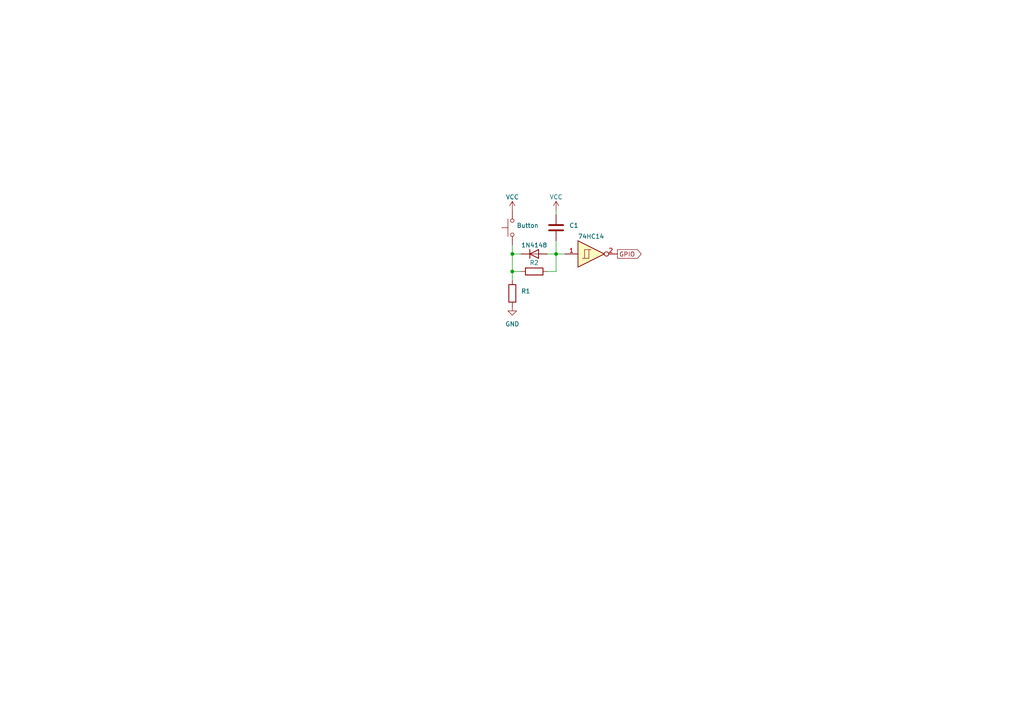
<source format=kicad_sch>
(kicad_sch (version 20211123) (generator eeschema)
  (paper "A4")
  (lib_symbols
    (symbol "74xx:74HC14" (pin_names (offset 1.016))
      (property "Reference" "U" (at 0 1.27 0))
      (property "Value" "74HC14" (at 0 -1.27 0))
      (symbol "74HC14_1_0"
        (polyline (pts (xy -3.81 3.81) (xy -3.81 -3.81) (xy 3.81 0) (xy -3.81 3.81)) (stroke (width 0.254)) (fill (type background)))
        (pin input line (at -7.62 0 0) (length 3.81) (name "~") (number "1"))
        (pin output inverted (at 7.62 0 180) (length 3.81) (name "~") (number "2"))
      )
      (symbol "74HC14_1_1"
        (polyline (pts (xy -1.905 -1.27) (xy -1.905 1.27) (xy -0.635 1.27)))
        (polyline (pts (xy -2.54 -1.27) (xy -0.635 -1.27) (xy -0.635 1.27) (xy 0 1.27)))
      )
      (symbol "74HC14_2_0"
        (polyline (pts (xy -3.81 3.81) (xy -3.81 -3.81) (xy 3.81 0) (xy -3.81 3.81)) (stroke (width 0.254)) (fill (type background)))
        (pin input line (at -7.62 0 0) (length 3.81) (name "~") (number "3"))
        (pin output inverted (at 7.62 0 180) (length 3.81) (name "~") (number "4"))
      )
      (symbol "74HC14_2_1"
        (polyline (pts (xy -1.905 -1.27) (xy -1.905 1.27) (xy -0.635 1.27)))
        (polyline (pts (xy -2.54 -1.27) (xy -0.635 -1.27) (xy -0.635 1.27) (xy 0 1.27)))
      )
      (symbol "74HC14_3_0"
        (polyline (pts (xy -3.81 3.81) (xy -3.81 -3.81) (xy 3.81 0) (xy -3.81 3.81)) (stroke (width 0.254)) (fill (type background)))
        (pin input line (at -7.62 0 0) (length 3.81) (name "~") (number "5"))
        (pin output inverted (at 7.62 0 180) (length 3.81) (name "~") (number "6"))
      )
      (symbol "74HC14_3_1"
        (polyline (pts (xy -1.905 -1.27) (xy -1.905 1.27) (xy -0.635 1.27)))
        (polyline (pts (xy -2.54 -1.27) (xy -0.635 -1.27) (xy -0.635 1.27) (xy 0 1.27)))
      )
      (symbol "74HC14_4_0"
        (polyline (pts (xy -3.81 3.81) (xy -3.81 -3.81) (xy 3.81 0) (xy -3.81 3.81)) (stroke (width 0.254)) (fill (type background)))
        (pin output inverted (at 7.62 0 180) (length 3.81) (name "~") (number "8"))
        (pin input line (at -7.62 0 0) (length 3.81) (name "~") (number "9"))
      )
      (symbol "74HC14_4_1"
        (polyline (pts (xy -1.905 -1.27) (xy -1.905 1.27) (xy -0.635 1.27)))
        (polyline (pts (xy -2.54 -1.27) (xy -0.635 -1.27) (xy -0.635 1.27) (xy 0 1.27)))
      )
      (symbol "74HC14_5_0"
        (polyline (pts (xy -3.81 3.81) (xy -3.81 -3.81) (xy 3.81 0) (xy -3.81 3.81)) (stroke (width 0.254)) (fill (type background)))
        (pin output inverted (at 7.62 0 180) (length 3.81) (name "~") (number "10"))
        (pin input line (at -7.62 0 0) (length 3.81) (name "~") (number "11"))
      )
      (symbol "74HC14_5_1"
        (polyline (pts (xy -1.905 -1.27) (xy -1.905 1.27) (xy -0.635 1.27)))
        (polyline (pts (xy -2.54 -1.27) (xy -0.635 -1.27) (xy -0.635 1.27) (xy 0 1.27)))
      )
      (symbol "74HC14_6_0"
        (polyline (pts (xy -3.81 3.81) (xy -3.81 -3.81) (xy 3.81 0) (xy -3.81 3.81)) (stroke (width 0.254)) (fill (type background)))
        (pin output inverted (at 7.62 0 180) (length 3.81) (name "~") (number "12"))
        (pin input line (at -7.62 0 0) (length 3.81) (name "~") (number "13"))
      )
      (symbol "74HC14_6_1"
        (polyline (pts (xy -1.905 -1.27) (xy -1.905 1.27) (xy -0.635 1.27)))
        (polyline (pts (xy -2.54 -1.27) (xy -0.635 -1.27) (xy -0.635 1.27) (xy 0 1.27)))
      )
      (symbol "74HC14_7_0"
        (pin power_in line (at 0 12.7 270) (length 5.08) (name "VCC") (number "14"))
        (pin power_in line (at 0 -12.7 90) (length 5.08) (name "GND") (number "7"))
      )
      (symbol "74HC14_7_1"
        (rectangle (start -5.08 7.62) (end 5.08 -7.62) (stroke (width 0.254)) (fill (type background)))
      )
    )
    (symbol "Device:C" (pin_numbers hide) (pin_names (offset 0.254))
      (property "Reference" "C" (at 0.635 2.54 0))
      (property "Value" "C" (at 0.635 -2.54 0))
      (symbol "C_0_1"
        (polyline (pts (xy -2.032 -0.762) (xy 2.032 -0.762)) (stroke (width 0.508)))
        (polyline (pts (xy -2.032 0.762) (xy 2.032 0.762)) (stroke (width 0.508)))
      )
      (symbol "C_1_1"
        (pin passive line (at 0 3.81 270) (length 2.794) (name "~") (number "1"))
        (pin passive line (at 0 -3.81 90) (length 2.794) (name "~") (number "2"))
      )
    )
    (symbol "Device:R" (pin_numbers hide) (pin_names (offset 0))
      (property "Reference" "R" (at 2.032 0 90))
      (property "Value" "R" (at 0 0 90))
      (symbol "R_0_1"
        (rectangle (start -1.016 -2.54) (end 1.016 2.54) (stroke (width 0.254)))
      )
      (symbol "R_1_1"
        (pin passive line (at 0 3.81 270) (length 1.27) (name "~") (number "1"))
        (pin passive line (at 0 -3.81 90) (length 1.27) (name "~") (number "2"))
      )
    )
    (symbol "Diode:1N4148" (pin_numbers hide) (pin_names (offset 1.016) hide)
      (property "Reference" "D" (at 0 2.54 0))
      (property "Value" "1N4148" (at 0 -2.54 0))
      (symbol "1N4148_0_1"
        (polyline (pts (xy -1.27 1.27) (xy -1.27 -1.27)) (stroke (width 0.254)))
        (polyline (pts (xy 1.27 0) (xy -1.27 0)))
        (polyline (pts (xy 1.27 1.27) (xy 1.27 -1.27) (xy -1.27 0) (xy 1.27 1.27)) (stroke (width 0.254)))
      )
      (symbol "1N4148_1_1"
        (pin passive line (at -3.81 0 0) (length 2.54) (name "K") (number "1"))
        (pin passive line (at 3.81 0 180) (length 2.54) (name "A") (number "2"))
      )
    )
    (symbol "Switch:SW_Push" (pin_numbers hide) (pin_names (offset 1.016) hide)
      (property "Reference" "SW" (at 1.27 2.54 0))
      (property "Value" "SW_Push" (at 0 -1.524 0))
      (symbol "SW_Push_0_1"
        (circle (center -2.032 0) (radius 0.508))
        (polyline (pts (xy 0 1.27) (xy 0 3.048)))
        (polyline (pts (xy 2.54 1.27) (xy -2.54 1.27)))
        (circle (center 2.032 0) (radius 0.508))
        (pin passive line (at -5.08 0 0) (length 2.54) (name "1") (number "1"))
        (pin passive line (at 5.08 0 180) (length 2.54) (name "2") (number "2"))
      )
    )
    (symbol "power:GND" (power) (pin_names (offset 0))
      (property "Value" "GND" (at 0 -3.81 0))
      (symbol "GND_0_1"
        (polyline (pts (xy 0 0) (xy 0 -1.27) (xy 1.27 -1.27) (xy 0 -2.54) (xy -1.27 -1.27) (xy 0 -1.27)))
      )
      (symbol "GND_1_1"
        (pin power_in line (at 0 0 270) (length 0) hide (name "GND") (number "1"))
      )
    )
    (symbol "power:VCC" (power) (pin_names (offset 0))
      (property "Value" "VCC" (at 0 3.81 0))
      (symbol "VCC_0_1"
        (polyline (pts (xy -0.762 1.27) (xy 0 2.54)))
        (polyline (pts (xy 0 0) (xy 0 2.54)))
        (polyline (pts (xy 0 2.54) (xy 0.762 1.27)))
      )
      (symbol "VCC_1_1"
        (pin power_in line (at 0 0 90) (length 0) hide (name "VCC") (number "1"))
      )
    )
  )
  (junction (at 161.29 73.66) (diameter 0.9144))
  (junction (at 148.59 78.74) (diameter 0.9144))
  (junction (at 148.59 73.66) (diameter 0.9144))
  (wire (pts (xy 151.13 73.66) (xy 148.59 73.66)))
  (wire (pts (xy 148.59 73.66) (xy 148.59 71.12)))
  (wire (pts (xy 161.29 73.66) (xy 163.83 73.66)))
  (wire (pts (xy 161.29 69.85) (xy 161.29 73.66)))
  (wire (pts (xy 161.29 78.74) (xy 161.29 73.66)))
  (wire (pts (xy 151.13 78.74) (xy 148.59 78.74)))
  (wire (pts (xy 158.75 78.74) (xy 161.29 78.74)))
  (wire (pts (xy 161.29 60.96) (xy 161.29 62.23)))
  (wire (pts (xy 148.59 78.74) (xy 148.59 73.66)))
  (wire (pts (xy 148.59 78.74) (xy 148.59 81.28)))
  (wire (pts (xy 161.29 73.66) (xy 158.75 73.66)))
  (global_label "GPIO" (shape output) (at 179.07 73.66 0) (property "Intersheet References" "${INTERSHEET_REFS}" (effects hide)))
  (symbol (lib_id "Device:R") (at 154.94 78.74 90) (unit 1)
    (property "Reference" "R2" (at 154.94 76.2 90))
    (property "Value" "1K" (effects hide))
  )
  (symbol (lib_id "Diode:1N4148") (at 154.94 73.66 0) (unit 1)
    (property "Reference" "D?" (effects hide))
    (property "Value" "1N4148" (at 154.94 71.12 0))
    (property "Footprint" "Diode_THT:D_DO-35_SOD27_P7.62mm_Horizontal" (effects hide))
    (property "Datasheet" "https://assets.nexperia.com/documents/data-sheet/1N4148_1N4448.pdf" (effects hide))
  )
  (symbol (lib_id "power:VCC") (at 161.29 60.96 0) (unit 1)
    (property "Reference" "#PWR?" (effects hide))
    (property "Value" "VCC" (at 161.29 57.15 0))
  )
  (symbol (lib_id "74xx:74HC14") (at 171.45 73.66 0) (unit 1)
    (property "Reference" "U?" (effects hide))
    (property "Value" "74HC14" (at 171.45 68.58 0))
    (property "Datasheet" "http://www.ti.com/lit/gpn/sn74HC14" (effects hide))
  )
  (symbol (lib_id "Device:C") (at 161.29 66.04 0) (unit 1)
    (property "Reference" "C1" (at 165.1 65.4049 0) (effects (justify left)))
    (property "Value" "100nF" (effects hide))
  )
  (symbol (lib_id "power:VCC") (at 148.59 60.96 0) (unit 1)
    (property "Reference" "#PWR?" (effects hide))
    (property "Value" "VCC" (at 148.59 57.15 0))
  )
  (symbol (lib_id "power:GND") (at 148.59 88.9 0) (unit 1)
    (property "Reference" "#PWR?" (effects hide))
    (property "Value" "GND" (at 148.59 93.98 0))
  )
  (symbol (lib_id "Switch:SW_Push") (at 148.59 66.04 90) (unit 1)
    (property "Reference" "SW?" (effects hide))
    (property "Value" "Button" (at 149.86 65.4049 90) (effects (justify right)))
  )
  (symbol (lib_id "Device:R") (at 148.59 85.09 0) (unit 1)
    (property "Reference" "R1" (at 151.13 84.4549 0) (effects (justify left)))
    (property "Value" "10K" (effects hide))
  )
)
</source>
